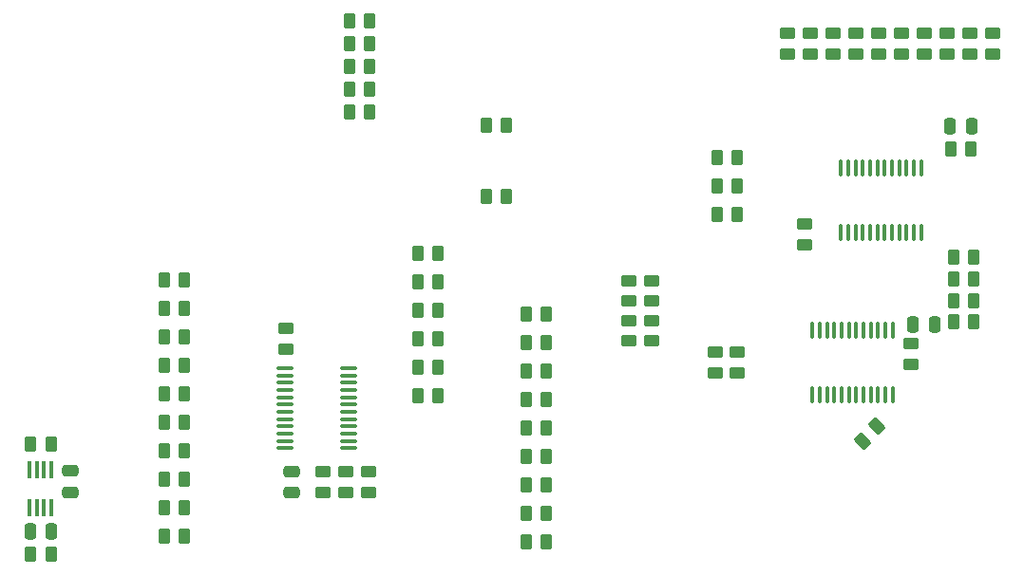
<source format=gbr>
%TF.GenerationSoftware,KiCad,Pcbnew,6.0.2+dfsg-1*%
%TF.CreationDate,2023-06-29T12:19:05-06:00*%
%TF.ProjectId,SpectDroneControl,53706563-7444-4726-9f6e-65436f6e7472,rev?*%
%TF.SameCoordinates,PXbc941f8PY5f519c8*%
%TF.FileFunction,Paste,Bot*%
%TF.FilePolarity,Positive*%
%FSLAX46Y46*%
G04 Gerber Fmt 4.6, Leading zero omitted, Abs format (unit mm)*
G04 Created by KiCad (PCBNEW 6.0.2+dfsg-1) date 2023-06-29 12:19:05*
%MOMM*%
%LPD*%
G01*
G04 APERTURE LIST*
G04 Aperture macros list*
%AMRoundRect*
0 Rectangle with rounded corners*
0 $1 Rounding radius*
0 $2 $3 $4 $5 $6 $7 $8 $9 X,Y pos of 4 corners*
0 Add a 4 corners polygon primitive as box body*
4,1,4,$2,$3,$4,$5,$6,$7,$8,$9,$2,$3,0*
0 Add four circle primitives for the rounded corners*
1,1,$1+$1,$2,$3*
1,1,$1+$1,$4,$5*
1,1,$1+$1,$6,$7*
1,1,$1+$1,$8,$9*
0 Add four rect primitives between the rounded corners*
20,1,$1+$1,$2,$3,$4,$5,0*
20,1,$1+$1,$4,$5,$6,$7,0*
20,1,$1+$1,$6,$7,$8,$9,0*
20,1,$1+$1,$8,$9,$2,$3,0*%
G04 Aperture macros list end*
%ADD10RoundRect,0.250000X0.450000X-0.262500X0.450000X0.262500X-0.450000X0.262500X-0.450000X-0.262500X0*%
%ADD11RoundRect,0.250000X-0.450000X0.262500X-0.450000X-0.262500X0.450000X-0.262500X0.450000X0.262500X0*%
%ADD12RoundRect,0.250000X-0.262500X-0.450000X0.262500X-0.450000X0.262500X0.450000X-0.262500X0.450000X0*%
%ADD13RoundRect,0.250000X0.262500X0.450000X-0.262500X0.450000X-0.262500X-0.450000X0.262500X-0.450000X0*%
%ADD14RoundRect,0.250000X0.250000X0.475000X-0.250000X0.475000X-0.250000X-0.475000X0.250000X-0.475000X0*%
%ADD15RoundRect,0.250000X0.475000X-0.250000X0.475000X0.250000X-0.475000X0.250000X-0.475000X-0.250000X0*%
%ADD16R,0.300000X1.600000*%
%ADD17RoundRect,0.250000X-0.475000X0.250000X-0.475000X-0.250000X0.475000X-0.250000X0.475000X0.250000X0*%
%ADD18RoundRect,0.250000X0.132583X-0.503814X0.503814X-0.132583X-0.132583X0.503814X-0.503814X0.132583X0*%
%ADD19RoundRect,0.100000X0.100000X-0.637500X0.100000X0.637500X-0.100000X0.637500X-0.100000X-0.637500X0*%
%ADD20RoundRect,0.100000X0.637500X0.100000X-0.637500X0.100000X-0.637500X-0.100000X0.637500X-0.100000X0*%
G04 APERTURE END LIST*
D10*
%TO.C,R55*%
X-15748000Y14835500D03*
X-15748000Y16660500D03*
%TD*%
%TO.C,R47*%
X-33910000Y-10755000D03*
X-33910000Y-8930000D03*
%TD*%
D11*
%TO.C,R42*%
X-24257000Y-11787500D03*
X-24257000Y-13612500D03*
%TD*%
D12*
%TO.C,R21*%
X-4976500Y-3300949D03*
X-3151500Y-3300949D03*
%TD*%
D13*
%TO.C,R13*%
X-41251500Y-18542000D03*
X-43076500Y-18542000D03*
%TD*%
D11*
%TO.C,R36*%
X-59182000Y-22455500D03*
X-59182000Y-24280500D03*
%TD*%
D13*
%TO.C,R41*%
X-24233500Y5588000D03*
X-26058500Y5588000D03*
%TD*%
%TO.C,R64*%
X-73509500Y-20574000D03*
X-75334500Y-20574000D03*
%TD*%
D12*
%TO.C,R29*%
X-52728500Y-2921000D03*
X-50903500Y-2921000D03*
%TD*%
D13*
%TO.C,R61*%
X-73509500Y-12954000D03*
X-75334500Y-12954000D03*
%TD*%
D14*
%TO.C,C5*%
X-3368000Y8382000D03*
X-5268000Y8382000D03*
%TD*%
D13*
%TO.C,R40*%
X-24233500Y3048000D03*
X-26058500Y3048000D03*
%TD*%
D15*
%TO.C,C6*%
X-64008000Y-24318000D03*
X-64008000Y-22418000D03*
%TD*%
D13*
%TO.C,R66*%
X-73509500Y-25654000D03*
X-75334500Y-25654000D03*
%TD*%
%TO.C,R9*%
X-41251500Y-28702000D03*
X-43076500Y-28702000D03*
%TD*%
D16*
%TO.C,U7*%
X-85385000Y-25652949D03*
X-86035000Y-25652949D03*
X-86685000Y-25652949D03*
X-87335000Y-25652949D03*
X-87335000Y-22252949D03*
X-86685000Y-22252949D03*
X-86035000Y-22252949D03*
X-85385000Y-22252949D03*
%TD*%
D14*
%TO.C,C4*%
X-6670000Y-9271000D03*
X-8570000Y-9271000D03*
%TD*%
D12*
%TO.C,R5*%
X-5230500Y6350000D03*
X-3405500Y6350000D03*
%TD*%
D13*
%TO.C,R23*%
X-56999500Y15748000D03*
X-58824500Y15748000D03*
%TD*%
D12*
%TO.C,R20*%
X-4976500Y-5232400D03*
X-3151500Y-5232400D03*
%TD*%
D10*
%TO.C,R50*%
X-5588000Y14835500D03*
X-5588000Y16660500D03*
%TD*%
%TO.C,R56*%
X-17780000Y14835500D03*
X-17780000Y16660500D03*
%TD*%
D13*
%TO.C,R12*%
X-41251500Y-21082000D03*
X-43076500Y-21082000D03*
%TD*%
D12*
%TO.C,R30*%
X-52728500Y-5461000D03*
X-50903500Y-5461000D03*
%TD*%
D10*
%TO.C,R49*%
X-3556000Y14835500D03*
X-3556000Y16660500D03*
%TD*%
D13*
%TO.C,R67*%
X-73509500Y-28194000D03*
X-75334500Y-28194000D03*
%TD*%
%TO.C,R16*%
X-41251500Y-10922000D03*
X-43076500Y-10922000D03*
%TD*%
D17*
%TO.C,C7-2*%
X-83693000Y-22357000D03*
X-83693000Y-24257000D03*
%TD*%
D13*
%TO.C,R59*%
X-73509500Y-7874000D03*
X-75334500Y-7874000D03*
%TD*%
D10*
%TO.C,R51*%
X-7620000Y14835500D03*
X-7620000Y16660500D03*
%TD*%
D12*
%TO.C,R19*%
X-4976500Y-7162800D03*
X-3151500Y-7162800D03*
%TD*%
D10*
%TO.C,R38*%
X-18288000Y-2182500D03*
X-18288000Y-357500D03*
%TD*%
D13*
%TO.C,R58*%
X-73509500Y-5334000D03*
X-75334500Y-5334000D03*
%TD*%
D12*
%TO.C,R34*%
X-52728500Y-15621000D03*
X-50903500Y-15621000D03*
%TD*%
D13*
%TO.C,R7-1*%
X-85414862Y-19962049D03*
X-87239862Y-19962049D03*
%TD*%
D12*
%TO.C,R7-2*%
X-87255062Y-29817249D03*
X-85430062Y-29817249D03*
%TD*%
D13*
%TO.C,R25*%
X-56999500Y11684000D03*
X-58824500Y11684000D03*
%TD*%
D11*
%TO.C,R35*%
X-57150000Y-22455500D03*
X-57150000Y-24280500D03*
%TD*%
%TO.C,R4*%
X-8763000Y-11025500D03*
X-8763000Y-12850500D03*
%TD*%
%TO.C,R43*%
X-26212800Y-11787500D03*
X-26212800Y-13612500D03*
%TD*%
D13*
%TO.C,R65*%
X-73509500Y-23114000D03*
X-75334500Y-23114000D03*
%TD*%
D11*
%TO.C,R37*%
X-61214000Y-22455500D03*
X-61214000Y-24280500D03*
%TD*%
D10*
%TO.C,R46*%
X-31878000Y-10755000D03*
X-31878000Y-8930000D03*
%TD*%
D13*
%TO.C,R27*%
X-44807500Y8509000D03*
X-46632500Y8509000D03*
%TD*%
D10*
%TO.C,R57*%
X-19812000Y14835500D03*
X-19812000Y16660500D03*
%TD*%
D18*
%TO.C,R8*%
X-13090681Y-19694184D03*
X-11800211Y-18403714D03*
%TD*%
D13*
%TO.C,R24*%
X-56999500Y13716000D03*
X-58824500Y13716000D03*
%TD*%
D14*
%TO.C,C7-1*%
X-85392562Y-27786549D03*
X-87292562Y-27786549D03*
%TD*%
D13*
%TO.C,R60*%
X-73509500Y-10414000D03*
X-75334500Y-10414000D03*
%TD*%
%TO.C,R17*%
X-41251500Y-8382000D03*
X-43076500Y-8382000D03*
%TD*%
D12*
%TO.C,R33*%
X-52728500Y-13081000D03*
X-50903500Y-13081000D03*
%TD*%
D10*
%TO.C,R48*%
X-1524000Y14835500D03*
X-1524000Y16660500D03*
%TD*%
D13*
%TO.C,R10*%
X-41251500Y-26162000D03*
X-43076500Y-26162000D03*
%TD*%
%TO.C,R28*%
X-44807500Y2108200D03*
X-46632500Y2108200D03*
%TD*%
%TO.C,R63*%
X-73509500Y-18034000D03*
X-75334500Y-18034000D03*
%TD*%
D19*
%TO.C,U4*%
X-10395000Y-15562500D03*
X-11045000Y-15562500D03*
X-11695000Y-15562500D03*
X-12345000Y-15562500D03*
X-12995000Y-15562500D03*
X-13645000Y-15562500D03*
X-14295000Y-15562500D03*
X-14945000Y-15562500D03*
X-15595000Y-15562500D03*
X-16245000Y-15562500D03*
X-16895000Y-15562500D03*
X-17545000Y-15562500D03*
X-17545000Y-9837500D03*
X-16895000Y-9837500D03*
X-16245000Y-9837500D03*
X-15595000Y-9837500D03*
X-14945000Y-9837500D03*
X-14295000Y-9837500D03*
X-13645000Y-9837500D03*
X-12995000Y-9837500D03*
X-12345000Y-9837500D03*
X-11695000Y-9837500D03*
X-11045000Y-9837500D03*
X-10395000Y-9837500D03*
%TD*%
D13*
%TO.C,R11*%
X-41251500Y-23622000D03*
X-43076500Y-23622000D03*
%TD*%
D10*
%TO.C,R6*%
X-64516000Y-11477000D03*
X-64516000Y-9652000D03*
%TD*%
D12*
%TO.C,R31*%
X-52728500Y-8001000D03*
X-50903500Y-8001000D03*
%TD*%
%TO.C,R18*%
X-4976500Y-9093200D03*
X-3151500Y-9093200D03*
%TD*%
D10*
%TO.C,R53*%
X-11684000Y14835500D03*
X-11684000Y16660500D03*
%TD*%
%TO.C,R54*%
X-13716000Y14835500D03*
X-13716000Y16660500D03*
%TD*%
D12*
%TO.C,R32*%
X-52728500Y-10541000D03*
X-50903500Y-10541000D03*
%TD*%
D13*
%TO.C,R26*%
X-56999500Y9652000D03*
X-58824500Y9652000D03*
%TD*%
%TO.C,R15*%
X-41251500Y-13462000D03*
X-43076500Y-13462000D03*
%TD*%
%TO.C,R14*%
X-41251500Y-16002000D03*
X-43076500Y-16002000D03*
%TD*%
%TO.C,R39*%
X-24233500Y508000D03*
X-26058500Y508000D03*
%TD*%
D11*
%TO.C,R44*%
X-33910000Y-5374000D03*
X-33910000Y-7199000D03*
%TD*%
D20*
%TO.C,U6*%
X-58859500Y-13189000D03*
X-58859500Y-13839000D03*
X-58859500Y-14489000D03*
X-58859500Y-15139000D03*
X-58859500Y-15789000D03*
X-58859500Y-16439000D03*
X-58859500Y-17089000D03*
X-58859500Y-17739000D03*
X-58859500Y-18389000D03*
X-58859500Y-19039000D03*
X-58859500Y-19689000D03*
X-58859500Y-20339000D03*
X-64584500Y-20339000D03*
X-64584500Y-19689000D03*
X-64584500Y-19039000D03*
X-64584500Y-18389000D03*
X-64584500Y-17739000D03*
X-64584500Y-17089000D03*
X-64584500Y-16439000D03*
X-64584500Y-15789000D03*
X-64584500Y-15139000D03*
X-64584500Y-14489000D03*
X-64584500Y-13839000D03*
X-64584500Y-13189000D03*
%TD*%
D13*
%TO.C,R22*%
X-56999500Y17780000D03*
X-58824500Y17780000D03*
%TD*%
D11*
%TO.C,R45*%
X-31878000Y-5374000D03*
X-31878000Y-7199000D03*
%TD*%
D19*
%TO.C,U5*%
X-7855000Y-1084500D03*
X-8505000Y-1084500D03*
X-9155000Y-1084500D03*
X-9805000Y-1084500D03*
X-10455000Y-1084500D03*
X-11105000Y-1084500D03*
X-11755000Y-1084500D03*
X-12405000Y-1084500D03*
X-13055000Y-1084500D03*
X-13705000Y-1084500D03*
X-14355000Y-1084500D03*
X-15005000Y-1084500D03*
X-15005000Y4640500D03*
X-14355000Y4640500D03*
X-13705000Y4640500D03*
X-13055000Y4640500D03*
X-12405000Y4640500D03*
X-11755000Y4640500D03*
X-11105000Y4640500D03*
X-10455000Y4640500D03*
X-9805000Y4640500D03*
X-9155000Y4640500D03*
X-8505000Y4640500D03*
X-7855000Y4640500D03*
%TD*%
D10*
%TO.C,R52*%
X-9652000Y14835500D03*
X-9652000Y16660500D03*
%TD*%
D13*
%TO.C,R62*%
X-73509500Y-15494000D03*
X-75334500Y-15494000D03*
%TD*%
M02*

</source>
